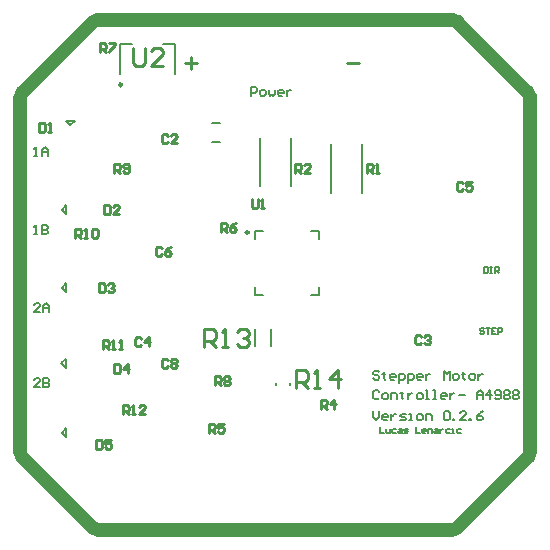
<source format=gto>
G04*
G04 #@! TF.GenerationSoftware,Altium Limited,Altium Designer,22.6.1 (34)*
G04*
G04 Layer_Color=65535*
%FSLAX44Y44*%
%MOMM*%
G71*
G04*
G04 #@! TF.SameCoordinates,3FC15ED1-56EA-4B36-BDB6-6E6CE890E9D8*
G04*
G04*
G04 #@! TF.FilePolarity,Positive*
G04*
G01*
G75*
%ADD10C,0.2500*%
%ADD11C,0.2032*%
%ADD12C,0.2000*%
%ADD13C,0.1524*%
%ADD14C,0.2540*%
%ADD15C,1.2000*%
D10*
X630154Y1050798D02*
G03*
X630154Y1050798I-1250J0D01*
G01*
X737500Y925750D02*
G03*
X737500Y925750I-1250J0D01*
G01*
D11*
X586232Y1016508D02*
X590042Y1020318D01*
X582422D02*
X586232Y1016508D01*
X582422Y1020318D02*
X590042D01*
X582930Y752348D02*
Y759968D01*
X579120Y756158D02*
X582930Y759968D01*
X579120Y756158D02*
X582930Y752348D01*
Y941070D02*
Y948690D01*
X579120Y944880D02*
X582930Y948690D01*
X579120Y944880D02*
X582930Y941070D01*
X582676Y811276D02*
Y818896D01*
X578866Y815086D02*
X582676Y818896D01*
X578866Y815086D02*
X582676Y811276D01*
X582930Y875030D02*
Y882650D01*
X579120Y878840D02*
X582930Y882650D01*
X579120Y878840D02*
X582930Y875030D01*
X847850Y807257D02*
X846581Y808527D01*
X844042D01*
X842772Y807257D01*
Y805987D01*
X844042Y804718D01*
X846581D01*
X847850Y803448D01*
Y802179D01*
X846581Y800909D01*
X844042D01*
X842772Y802179D01*
X851659Y807257D02*
Y805987D01*
X850389D01*
X852929D01*
X851659D01*
Y802179D01*
X852929Y800909D01*
X860546D02*
X858007D01*
X856738Y802179D01*
Y804718D01*
X858007Y805987D01*
X860546D01*
X861816Y804718D01*
Y803448D01*
X856738D01*
X864355Y798370D02*
Y805987D01*
X868164D01*
X869433Y804718D01*
Y802179D01*
X868164Y800909D01*
X864355D01*
X871973Y798370D02*
Y805987D01*
X875781D01*
X877051Y804718D01*
Y802179D01*
X875781Y800909D01*
X871973D01*
X883399D02*
X880860D01*
X879590Y802179D01*
Y804718D01*
X880860Y805987D01*
X883399D01*
X884668Y804718D01*
Y803448D01*
X879590D01*
X887208Y805987D02*
Y800909D01*
Y803448D01*
X888477Y804718D01*
X889747Y805987D01*
X891016D01*
X902443Y800909D02*
Y808527D01*
X904982Y805987D01*
X907521Y808527D01*
Y800909D01*
X911330D02*
X913869D01*
X915139Y802179D01*
Y804718D01*
X913869Y805987D01*
X911330D01*
X910060Y804718D01*
Y802179D01*
X911330Y800909D01*
X918947Y807257D02*
Y805987D01*
X917678D01*
X920217D01*
X918947D01*
Y802179D01*
X920217Y800909D01*
X925295D02*
X927834D01*
X929104Y802179D01*
Y804718D01*
X927834Y805987D01*
X925295D01*
X924026Y804718D01*
Y802179D01*
X925295Y800909D01*
X931643Y805987D02*
Y800909D01*
Y803448D01*
X932913Y804718D01*
X934182Y805987D01*
X935452D01*
X847850Y790700D02*
X846581Y791970D01*
X844042D01*
X842772Y790700D01*
Y785622D01*
X844042Y784352D01*
X846581D01*
X847850Y785622D01*
X851659Y784352D02*
X854198D01*
X855468Y785622D01*
Y788161D01*
X854198Y789430D01*
X851659D01*
X850389Y788161D01*
Y785622D01*
X851659Y784352D01*
X858007D02*
Y789430D01*
X861816D01*
X863085Y788161D01*
Y784352D01*
X866894Y790700D02*
Y789430D01*
X865625D01*
X868164D01*
X866894D01*
Y785622D01*
X868164Y784352D01*
X871973Y789430D02*
Y784352D01*
Y786891D01*
X873242Y788161D01*
X874512Y789430D01*
X875781D01*
X880860Y784352D02*
X883399D01*
X884668Y785622D01*
Y788161D01*
X883399Y789430D01*
X880860D01*
X879590Y788161D01*
Y785622D01*
X880860Y784352D01*
X887208D02*
X889747D01*
X888477D01*
Y791970D01*
X887208D01*
X893556Y784352D02*
X896095D01*
X894825D01*
Y791970D01*
X893556D01*
X903712Y784352D02*
X901173D01*
X899903Y785622D01*
Y788161D01*
X901173Y789430D01*
X903712D01*
X904982Y788161D01*
Y786891D01*
X899903D01*
X907521Y789430D02*
Y784352D01*
Y786891D01*
X908791Y788161D01*
X910060Y789430D01*
X911330D01*
X915139Y788161D02*
X920217D01*
X930374Y784352D02*
Y789430D01*
X932913Y791970D01*
X935452Y789430D01*
Y784352D01*
Y788161D01*
X930374D01*
X941800Y784352D02*
Y791970D01*
X937991Y788161D01*
X943070D01*
X945609Y785622D02*
X946878Y784352D01*
X949417D01*
X950687Y785622D01*
Y790700D01*
X949417Y791970D01*
X946878D01*
X945609Y790700D01*
Y789430D01*
X946878Y788161D01*
X950687D01*
X953226Y790700D02*
X954496Y791970D01*
X957035D01*
X958305Y790700D01*
Y789430D01*
X957035Y788161D01*
X958305Y786891D01*
Y785622D01*
X957035Y784352D01*
X954496D01*
X953226Y785622D01*
Y786891D01*
X954496Y788161D01*
X953226Y789430D01*
Y790700D01*
X954496Y788161D02*
X957035D01*
X960844Y790700D02*
X962113Y791970D01*
X964653D01*
X965922Y790700D01*
Y789430D01*
X964653Y788161D01*
X965922Y786891D01*
Y785622D01*
X964653Y784352D01*
X962113D01*
X960844Y785622D01*
Y786891D01*
X962113Y788161D01*
X960844Y789430D01*
Y790700D01*
X962113Y788161D02*
X964653D01*
X842772Y774190D02*
Y769111D01*
X845311Y766572D01*
X847850Y769111D01*
Y774190D01*
X854198Y766572D02*
X851659D01*
X850389Y767842D01*
Y770381D01*
X851659Y771650D01*
X854198D01*
X855468Y770381D01*
Y769111D01*
X850389D01*
X858007Y771650D02*
Y766572D01*
Y769111D01*
X859277Y770381D01*
X860546Y771650D01*
X861816D01*
X865625Y766572D02*
X869433D01*
X870703Y767842D01*
X869433Y769111D01*
X866894D01*
X865625Y770381D01*
X866894Y771650D01*
X870703D01*
X873242Y766572D02*
X875781D01*
X874512D01*
Y771650D01*
X873242D01*
X880860Y766572D02*
X883399D01*
X884668Y767842D01*
Y770381D01*
X883399Y771650D01*
X880860D01*
X879590Y770381D01*
Y767842D01*
X880860Y766572D01*
X887208D02*
Y771650D01*
X891016D01*
X892286Y770381D01*
Y766572D01*
X902443Y772920D02*
X903712Y774190D01*
X906252D01*
X907521Y772920D01*
Y767842D01*
X906252Y766572D01*
X903712D01*
X902443Y767842D01*
Y772920D01*
X910060Y766572D02*
Y767842D01*
X911330D01*
Y766572D01*
X910060D01*
X921487D02*
X916408D01*
X921487Y771650D01*
Y772920D01*
X920217Y774190D01*
X917678D01*
X916408Y772920D01*
X924026Y766572D02*
Y767842D01*
X925295D01*
Y766572D01*
X924026D01*
X935452Y774190D02*
X932913Y772920D01*
X930374Y770381D01*
Y767842D01*
X931643Y766572D01*
X934182D01*
X935452Y767842D01*
Y769111D01*
X934182Y770381D01*
X930374D01*
X560830Y794512D02*
X555752D01*
X560830Y799590D01*
Y800860D01*
X559561Y802130D01*
X557022D01*
X555752Y800860D01*
X563369Y802130D02*
Y794512D01*
X567178D01*
X568448Y795782D01*
Y797051D01*
X567178Y798321D01*
X563369D01*
X567178D01*
X568448Y799590D01*
Y800860D01*
X567178Y802130D01*
X563369D01*
X560830Y858012D02*
X555752D01*
X560830Y863090D01*
Y864360D01*
X559561Y865630D01*
X557022D01*
X555752Y864360D01*
X563369Y858012D02*
Y863090D01*
X565909Y865630D01*
X568448Y863090D01*
Y858012D01*
Y861821D01*
X563369D01*
X555752Y924052D02*
X558291D01*
X557022D01*
Y931669D01*
X555752Y930400D01*
X562100Y931669D02*
Y924052D01*
X565909D01*
X567178Y925322D01*
Y926591D01*
X565909Y927861D01*
X562100D01*
X565909D01*
X567178Y929130D01*
Y930400D01*
X565909Y931669D01*
X562100D01*
X555752Y990092D02*
X558291D01*
X557022D01*
Y997710D01*
X555752Y996440D01*
X562100Y990092D02*
Y995170D01*
X564639Y997710D01*
X567178Y995170D01*
Y990092D01*
Y993901D01*
X562100D01*
X936752Y896110D02*
Y891032D01*
X939291D01*
X940138Y891878D01*
Y895264D01*
X939291Y896110D01*
X936752D01*
X941830D02*
X943523D01*
X942677D01*
Y891032D01*
X941830D01*
X943523D01*
X946062D02*
Y896110D01*
X948602D01*
X949448Y895264D01*
Y893571D01*
X948602Y892725D01*
X946062D01*
X947755D02*
X949448Y891032D01*
X739140Y1041654D02*
Y1049271D01*
X742949D01*
X744218Y1048002D01*
Y1045463D01*
X742949Y1044193D01*
X739140D01*
X748027Y1041654D02*
X750566D01*
X751836Y1042924D01*
Y1045463D01*
X750566Y1046732D01*
X748027D01*
X746758Y1045463D01*
Y1042924D01*
X748027Y1041654D01*
X754375Y1046732D02*
Y1042924D01*
X755645Y1041654D01*
X756914Y1042924D01*
X758184Y1041654D01*
X759453Y1042924D01*
Y1046732D01*
X765801Y1041654D02*
X763262D01*
X761993Y1042924D01*
Y1045463D01*
X763262Y1046732D01*
X765801D01*
X767071Y1045463D01*
Y1044193D01*
X761993D01*
X769610Y1046732D02*
Y1041654D01*
Y1044193D01*
X770880Y1045463D01*
X772149Y1046732D01*
X773419D01*
D12*
X760322Y796560D02*
Y798560D01*
X772822Y796560D02*
Y798560D01*
X773253Y964909D02*
Y1005971D01*
X747191Y964909D02*
Y1005971D01*
X833031Y959469D02*
Y1000531D01*
X806969Y959469D02*
Y1000531D01*
X756416Y829314D02*
Y844038D01*
X742692Y829314D02*
Y844038D01*
X628764Y1059618D02*
Y1085618D01*
X638264D01*
X674764Y1059618D02*
Y1085618D01*
X665264D02*
X674764D01*
X742750Y872750D02*
X749500D01*
X742750D02*
Y879500D01*
X790500Y872750D02*
X797250D01*
Y879500D01*
Y920500D02*
Y927250D01*
X790500D02*
X797250D01*
X742750D02*
X749500D01*
X742750Y920500D02*
Y927250D01*
X706500Y1018000D02*
X713500D01*
X706500Y1002000D02*
X713500D01*
D13*
X848360Y760728D02*
Y755650D01*
X851746D01*
X853438Y759036D02*
Y756496D01*
X854285Y755650D01*
X856824D01*
Y759036D01*
X861902D02*
X859363D01*
X858517Y758189D01*
Y756496D01*
X859363Y755650D01*
X861902D01*
X864442Y759036D02*
X866134D01*
X866981Y758189D01*
Y755650D01*
X864442D01*
X863595Y756496D01*
X864442Y757343D01*
X866981D01*
X868673Y755650D02*
X871213D01*
X872059Y756496D01*
X871213Y757343D01*
X869520D01*
X868673Y758189D01*
X869520Y759036D01*
X872059D01*
X878830Y760728D02*
Y755650D01*
X882216D01*
X886448D02*
X884755D01*
X883908Y756496D01*
Y758189D01*
X884755Y759036D01*
X886448D01*
X887294Y758189D01*
Y757343D01*
X883908D01*
X888987Y755650D02*
Y759036D01*
X891526D01*
X892372Y758189D01*
Y755650D01*
X894911Y759036D02*
X896604D01*
X897451Y758189D01*
Y755650D01*
X894911D01*
X894065Y756496D01*
X894911Y757343D01*
X897451D01*
X899144Y759036D02*
Y755650D01*
Y757343D01*
X899990Y758189D01*
X900836Y759036D01*
X901683D01*
X907607D02*
X905068D01*
X904222Y758189D01*
Y756496D01*
X905068Y755650D01*
X907607D01*
X909300D02*
X910993D01*
X910147D01*
Y759036D01*
X909300D01*
X916918D02*
X914379D01*
X913532Y758189D01*
Y756496D01*
X914379Y755650D01*
X916918D01*
X937090Y843956D02*
X936243Y844802D01*
X934550D01*
X933704Y843956D01*
Y843110D01*
X934550Y842263D01*
X936243D01*
X937090Y841417D01*
Y840570D01*
X936243Y839724D01*
X934550D01*
X933704Y840570D01*
X938782Y844802D02*
X942168D01*
X940475D01*
Y839724D01*
X947246Y844802D02*
X943861D01*
Y839724D01*
X947246D01*
X943861Y842263D02*
X945554D01*
X948939Y839724D02*
Y844802D01*
X951478D01*
X952325Y843956D01*
Y842263D01*
X951478Y841417D01*
X948939D01*
D14*
X820420Y1069340D02*
X830577D01*
X683260Y1069338D02*
X693417D01*
X688338Y1074417D02*
Y1064260D01*
X699268Y828550D02*
Y843785D01*
X706886D01*
X709425Y841246D01*
Y836168D01*
X706886Y833629D01*
X699268D01*
X704346D02*
X709425Y828550D01*
X714503D02*
X719582D01*
X717042D01*
Y843785D01*
X714503Y841246D01*
X727199D02*
X729738Y843785D01*
X734817D01*
X737356Y841246D01*
Y838707D01*
X734817Y836168D01*
X732278D01*
X734817D01*
X737356Y833629D01*
Y831090D01*
X734817Y828550D01*
X729738D01*
X727199Y831090D01*
X777500Y794260D02*
Y809495D01*
X785118D01*
X787657Y806956D01*
Y801878D01*
X785118Y799339D01*
X777500D01*
X782579D02*
X787657Y794260D01*
X792735D02*
X797814D01*
X795274D01*
Y809495D01*
X792735Y806956D01*
X813049Y794260D02*
Y809495D01*
X805431Y801878D01*
X815588D01*
X639322Y1082038D02*
Y1069342D01*
X641861Y1066803D01*
X646940D01*
X649479Y1069342D01*
Y1082038D01*
X664714Y1066803D02*
X654557D01*
X664714Y1076959D01*
Y1079498D01*
X662175Y1082038D01*
X657096D01*
X654557Y1079498D01*
X630812Y771907D02*
Y779525D01*
X634621D01*
X635890Y778255D01*
Y775716D01*
X634621Y774446D01*
X630812D01*
X633351D02*
X635890Y771907D01*
X638430D02*
X640969D01*
X639699D01*
Y779525D01*
X638430Y778255D01*
X649856Y771907D02*
X644778D01*
X649856Y776986D01*
Y778255D01*
X648586Y779525D01*
X646047D01*
X644778Y778255D01*
X614048Y826771D02*
Y834389D01*
X617856D01*
X619126Y833119D01*
Y830580D01*
X617856Y829310D01*
X614048D01*
X616587D02*
X619126Y826771D01*
X621665D02*
X624204D01*
X622935D01*
Y834389D01*
X621665Y833119D01*
X628013Y826771D02*
X630552D01*
X629283D01*
Y834389D01*
X628013Y833119D01*
X590478Y921191D02*
Y928809D01*
X594287D01*
X595556Y927539D01*
Y925000D01*
X594287Y923730D01*
X590478D01*
X593017D02*
X595556Y921191D01*
X598096D02*
X600635D01*
X599365D01*
Y928809D01*
X598096Y927539D01*
X604444D02*
X605713Y928809D01*
X608252D01*
X609522Y927539D01*
Y922461D01*
X608252Y921191D01*
X605713D01*
X604444Y922461D01*
Y927539D01*
X623652Y976191D02*
Y983809D01*
X627461D01*
X628730Y982539D01*
Y980000D01*
X627461Y978730D01*
X623652D01*
X626191D02*
X628730Y976191D01*
X631270Y977461D02*
X632539Y976191D01*
X635078D01*
X636348Y977461D01*
Y982539D01*
X635078Y983809D01*
X632539D01*
X631270Y982539D01*
Y981270D01*
X632539Y980000D01*
X636348D01*
X611380Y1078485D02*
Y1086103D01*
X615189D01*
X616458Y1084833D01*
Y1082294D01*
X615189Y1081024D01*
X611380D01*
X613919D02*
X616458Y1078485D01*
X618998Y1086103D02*
X624076D01*
Y1084833D01*
X618998Y1079755D01*
Y1078485D01*
X608332Y750061D02*
Y742443D01*
X612141D01*
X613410Y743713D01*
Y748791D01*
X612141Y750061D01*
X608332D01*
X621028D02*
X615950D01*
Y746252D01*
X618489Y747522D01*
X619758D01*
X621028Y746252D01*
Y743713D01*
X619758Y742443D01*
X617219D01*
X615950Y743713D01*
X623572Y814069D02*
Y806451D01*
X627381D01*
X628650Y807721D01*
Y812799D01*
X627381Y814069D01*
X623572D01*
X634998Y806451D02*
Y814069D01*
X631190Y810260D01*
X636268D01*
X610312Y882649D02*
Y875031D01*
X614121D01*
X615390Y876301D01*
Y881379D01*
X614121Y882649D01*
X610312D01*
X617930Y881379D02*
X619199Y882649D01*
X621738D01*
X623008Y881379D01*
Y880110D01*
X621738Y878840D01*
X620469D01*
X621738D01*
X623008Y877570D01*
Y876301D01*
X621738Y875031D01*
X619199D01*
X617930Y876301D01*
X615312Y948689D02*
Y941071D01*
X619121D01*
X620390Y942341D01*
Y947419D01*
X619121Y948689D01*
X615312D01*
X628008Y941071D02*
X622930D01*
X628008Y946150D01*
Y947419D01*
X626738Y948689D01*
X624199D01*
X622930Y947419D01*
X559922Y1018809D02*
Y1011191D01*
X563730D01*
X565000Y1012461D01*
Y1017539D01*
X563730Y1018809D01*
X559922D01*
X567539Y1011191D02*
X570078D01*
X568809D01*
Y1018809D01*
X567539Y1017539D01*
X739922Y953809D02*
Y947461D01*
X741191Y946191D01*
X743730D01*
X745000Y947461D01*
Y953809D01*
X747539Y946191D02*
X750078D01*
X748809D01*
Y953809D01*
X747539Y952539D01*
X708652Y796191D02*
Y803809D01*
X712461D01*
X713730Y802539D01*
Y800000D01*
X712461Y798730D01*
X708652D01*
X711191D02*
X713730Y796191D01*
X716270Y802539D02*
X717539Y803809D01*
X720078D01*
X721348Y802539D01*
Y801270D01*
X720078Y800000D01*
X721348Y798730D01*
Y797461D01*
X720078Y796191D01*
X717539D01*
X716270Y797461D01*
Y798730D01*
X717539Y800000D01*
X716270Y801270D01*
Y802539D01*
X717539Y800000D02*
X720078D01*
X713652Y926191D02*
Y933809D01*
X717461D01*
X718730Y932539D01*
Y930000D01*
X717461Y928730D01*
X713652D01*
X716191D02*
X718730Y926191D01*
X726348Y933809D02*
X723809Y932539D01*
X721270Y930000D01*
Y927461D01*
X722539Y926191D01*
X725078D01*
X726348Y927461D01*
Y928730D01*
X725078Y930000D01*
X721270D01*
X703652Y756191D02*
Y763809D01*
X707461D01*
X708730Y762539D01*
Y760000D01*
X707461Y758730D01*
X703652D01*
X706191D02*
X708730Y756191D01*
X716348Y763809D02*
X711270D01*
Y760000D01*
X713809Y761270D01*
X715078D01*
X716348Y760000D01*
Y757461D01*
X715078Y756191D01*
X712539D01*
X711270Y757461D01*
X798578Y776479D02*
Y784097D01*
X802387D01*
X803656Y782827D01*
Y780288D01*
X802387Y779018D01*
X798578D01*
X801117D02*
X803656Y776479D01*
X810004D02*
Y784097D01*
X806196Y780288D01*
X811274D01*
X776734Y976123D02*
Y983741D01*
X780543D01*
X781812Y982471D01*
Y979932D01*
X780543Y978662D01*
X776734D01*
X779273D02*
X781812Y976123D01*
X789430D02*
X784352D01*
X789430Y981202D01*
Y982471D01*
X788160Y983741D01*
X785621D01*
X784352Y982471D01*
X837440Y976123D02*
Y983741D01*
X841248D01*
X842518Y982471D01*
Y979932D01*
X841248Y978662D01*
X837440D01*
X839979D02*
X842518Y976123D01*
X845057D02*
X847596D01*
X846327D01*
Y983741D01*
X845057Y982471D01*
X668780Y817624D02*
X667511Y818894D01*
X664972D01*
X663702Y817624D01*
Y812546D01*
X664972Y811276D01*
X667511D01*
X668780Y812546D01*
X671320Y817624D02*
X672589Y818894D01*
X675128D01*
X676398Y817624D01*
Y816354D01*
X675128Y815085D01*
X676398Y813815D01*
Y812546D01*
X675128Y811276D01*
X672589D01*
X671320Y812546D01*
Y813815D01*
X672589Y815085D01*
X671320Y816354D01*
Y817624D01*
X672589Y815085D02*
X675128D01*
X663730Y912539D02*
X662461Y913809D01*
X659922D01*
X658652Y912539D01*
Y907461D01*
X659922Y906191D01*
X662461D01*
X663730Y907461D01*
X671348Y913809D02*
X668809Y912539D01*
X666270Y910000D01*
Y907461D01*
X667539Y906191D01*
X670078D01*
X671348Y907461D01*
Y908730D01*
X670078Y910000D01*
X666270D01*
X918730Y967539D02*
X917461Y968809D01*
X914922D01*
X913652Y967539D01*
Y962461D01*
X914922Y961191D01*
X917461D01*
X918730Y962461D01*
X926348Y968809D02*
X921270D01*
Y965000D01*
X923809Y966270D01*
X925078D01*
X926348Y965000D01*
Y962461D01*
X925078Y961191D01*
X922539D01*
X921270Y962461D01*
X646430Y835659D02*
X645161Y836929D01*
X642622D01*
X641352Y835659D01*
Y830581D01*
X642622Y829311D01*
X645161D01*
X646430Y830581D01*
X652778Y829311D02*
Y836929D01*
X648970Y833120D01*
X654048D01*
X883730Y837539D02*
X882461Y838809D01*
X879922D01*
X878652Y837539D01*
Y832461D01*
X879922Y831191D01*
X882461D01*
X883730Y832461D01*
X886270Y837539D02*
X887539Y838809D01*
X890078D01*
X891348Y837539D01*
Y836270D01*
X890078Y835000D01*
X888809D01*
X890078D01*
X891348Y833730D01*
Y832461D01*
X890078Y831191D01*
X887539D01*
X886270Y832461D01*
X668730Y1007539D02*
X667461Y1008809D01*
X664922D01*
X663652Y1007539D01*
Y1002461D01*
X664922Y1001191D01*
X667461D01*
X668730Y1002461D01*
X676348Y1001191D02*
X671270D01*
X676348Y1006270D01*
Y1007539D01*
X675078Y1008809D01*
X672539D01*
X671270Y1007539D01*
D15*
X976000Y1040000D02*
G03*
X974243Y1044243I-6000J0D01*
G01*
X976000Y1040000D02*
G03*
X974243Y1044243I-6000J0D01*
G01*
X914243Y1104243D02*
G03*
X910000Y1106000I-4243J-4243D01*
G01*
X914243Y1104243D02*
G03*
X910000Y1106000I-4243J-4243D01*
G01*
X974243Y735757D02*
G03*
X976000Y740000I-4243J4243D01*
G01*
X974243Y735757D02*
G03*
X976000Y740000I-4243J4243D01*
G01*
X910000Y674000D02*
G03*
X914243Y675757I0J6000D01*
G01*
X910000Y674000D02*
G03*
X914243Y675757I0J6000D01*
G01*
X610000Y1106000D02*
G03*
X605757Y1104243I0J-6000D01*
G01*
X610000Y1106000D02*
G03*
X605757Y1104243I0J-6000D01*
G01*
X545757Y1044243D02*
G03*
X544000Y1040000I4243J-4243D01*
G01*
X545757Y1044243D02*
G03*
X544000Y1040000I4243J-4243D01*
G01*
X605757Y675757D02*
G03*
X610000Y674000I4243J4243D01*
G01*
X544000Y740000D02*
G03*
X545757Y735757I6000J0D01*
G01*
X544000Y740000D02*
G03*
X545757Y735757I6000J0D01*
G01*
X605757Y675757D02*
G03*
X610000Y674000I4243J4243D01*
G01*
X910000D01*
X545757Y735757D02*
X605757Y675757D01*
X544000Y740000D02*
Y1040000D01*
X914243Y1104243D02*
X974243Y1044243D01*
X976000Y740000D02*
Y1040000D01*
X914243Y675757D02*
X974243Y735757D01*
X610000Y1106000D02*
X910000D01*
X545757Y1044243D02*
X605757Y1104243D01*
M02*

</source>
